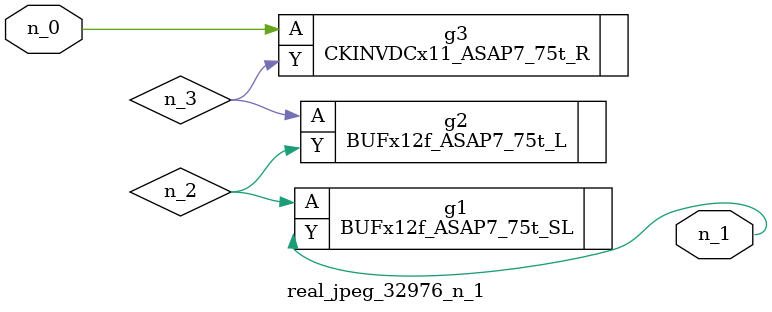
<source format=v>
module real_jpeg_32976_n_1 (n_0, n_1);

input n_0;

output n_1;

wire n_3;
wire n_2;

CKINVDCx11_ASAP7_75t_R g3 ( 
.A(n_0),
.Y(n_3)
);

BUFx12f_ASAP7_75t_SL g1 ( 
.A(n_2),
.Y(n_1)
);

BUFx12f_ASAP7_75t_L g2 ( 
.A(n_3),
.Y(n_2)
);


endmodule
</source>
